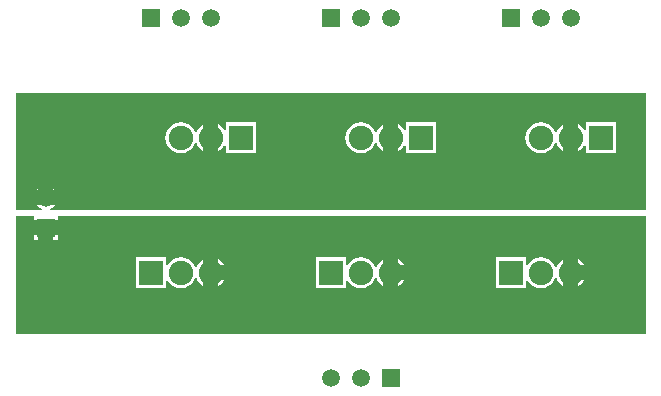
<source format=gbl>
G04*
G04 #@! TF.GenerationSoftware,Altium Limited,Altium Designer,20.1.11 (218)*
G04*
G04 Layer_Physical_Order=2*
G04 Layer_Color=16711680*
%FSLAX25Y25*%
%MOIN*%
G70*
G04*
G04 #@! TF.SameCoordinates,A2F51ED7-86EA-4CBA-A123-1C3C6C473107*
G04*
G04*
G04 #@! TF.FilePolarity,Positive*
G04*
G01*
G75*
%ADD21C,0.08150*%
%ADD22R,0.08150X0.08150*%
%ADD23C,0.05906*%
%ADD24R,0.05906X0.05906*%
%ADD25R,0.05906X0.05906*%
%ADD26C,0.02756*%
G36*
X215000Y65790D02*
X16472Y65790D01*
X16372Y66290D01*
X16993Y66547D01*
X17819Y67181D01*
X18064Y67500D01*
X15000D01*
X11936D01*
X12181Y67181D01*
X13007Y66547D01*
X13628Y66290D01*
X13528Y65790D01*
X5000D01*
X5000Y105000D01*
X215000D01*
X215000Y65790D01*
D02*
G37*
G36*
X215044Y24601D02*
X5044Y24601D01*
X5044Y63811D01*
X11047D01*
Y62500D01*
X15000D01*
X18953D01*
Y63811D01*
X215044D01*
X215044Y24601D01*
D02*
G37*
%LPC*%
G36*
X205075Y95075D02*
X194925D01*
Y92673D01*
X194461Y92565D01*
X194425Y92569D01*
X193619Y93619D01*
X192559Y94433D01*
X192500Y94457D01*
Y90000D01*
Y85543D01*
X192559Y85567D01*
X193619Y86381D01*
X194425Y87431D01*
X194461Y87435D01*
X194925Y87327D01*
Y84925D01*
X205075D01*
Y95075D01*
D02*
G37*
G36*
X145075D02*
X134925D01*
Y92673D01*
X134461Y92565D01*
X134425Y92569D01*
X133619Y93619D01*
X132559Y94433D01*
X132500Y94457D01*
Y90000D01*
Y85543D01*
X132559Y85567D01*
X133619Y86381D01*
X134425Y87431D01*
X134461Y87435D01*
X134925Y87327D01*
Y84925D01*
X145075D01*
Y95075D01*
D02*
G37*
G36*
X85075D02*
X74925D01*
Y92673D01*
X74461Y92565D01*
X74425Y92569D01*
X73619Y93619D01*
X72559Y94433D01*
X72500Y94457D01*
Y90000D01*
Y85543D01*
X72559Y85567D01*
X73619Y86381D01*
X74425Y87431D01*
X74461Y87435D01*
X74925Y87327D01*
Y84925D01*
X85075D01*
Y95075D01*
D02*
G37*
G36*
X180000Y95119D02*
X178675Y94944D01*
X177441Y94433D01*
X176381Y93619D01*
X175567Y92559D01*
X175056Y91325D01*
X174881Y90000D01*
X175056Y88675D01*
X175567Y87441D01*
X176381Y86381D01*
X177441Y85567D01*
X178675Y85056D01*
X180000Y84881D01*
X181325Y85056D01*
X182559Y85567D01*
X183619Y86381D01*
X184433Y87441D01*
X184729Y88157D01*
X185271D01*
X185567Y87441D01*
X186381Y86381D01*
X187441Y85567D01*
X187500Y85543D01*
Y90000D01*
Y94457D01*
X187441Y94433D01*
X186381Y93619D01*
X185567Y92559D01*
X185271Y91843D01*
X184729D01*
X184433Y92559D01*
X183619Y93619D01*
X182559Y94433D01*
X181325Y94944D01*
X180000Y95119D01*
D02*
G37*
G36*
X120000D02*
X118675Y94944D01*
X117441Y94433D01*
X116381Y93619D01*
X115567Y92559D01*
X115056Y91325D01*
X114881Y90000D01*
X115056Y88675D01*
X115567Y87441D01*
X116381Y86381D01*
X117441Y85567D01*
X118675Y85056D01*
X120000Y84881D01*
X121325Y85056D01*
X122559Y85567D01*
X123619Y86381D01*
X124433Y87441D01*
X124729Y88157D01*
X125271D01*
X125567Y87441D01*
X126381Y86381D01*
X127441Y85567D01*
X127500Y85543D01*
Y90000D01*
Y94457D01*
X127441Y94433D01*
X126381Y93619D01*
X125567Y92559D01*
X125271Y91843D01*
X124729D01*
X124433Y92559D01*
X123619Y93619D01*
X122559Y94433D01*
X121325Y94944D01*
X120000Y95119D01*
D02*
G37*
G36*
X60000D02*
X58675Y94944D01*
X57441Y94433D01*
X56381Y93619D01*
X55567Y92559D01*
X55056Y91325D01*
X54881Y90000D01*
X55056Y88675D01*
X55567Y87441D01*
X56381Y86381D01*
X57441Y85567D01*
X58675Y85056D01*
X60000Y84881D01*
X61325Y85056D01*
X62559Y85567D01*
X63619Y86381D01*
X64433Y87441D01*
X64729Y88157D01*
X65271D01*
X65567Y87441D01*
X66381Y86381D01*
X67441Y85567D01*
X67500Y85543D01*
Y90000D01*
Y94457D01*
X67441Y94433D01*
X66381Y93619D01*
X65567Y92559D01*
X65271Y91843D01*
X64729D01*
X64433Y92559D01*
X63619Y93619D01*
X62559Y94433D01*
X61325Y94944D01*
X60000Y95119D01*
D02*
G37*
G36*
X17500Y73064D02*
Y72500D01*
X18064D01*
X17819Y72819D01*
X17500Y73064D01*
D02*
G37*
G36*
X12500D02*
X12181Y72819D01*
X11936Y72500D01*
X12500D01*
Y73064D01*
D02*
G37*
G36*
X18953Y57500D02*
X17500D01*
Y56047D01*
X18953D01*
Y57500D01*
D02*
G37*
G36*
X12500D02*
X11047D01*
Y56047D01*
X12500D01*
Y57500D01*
D02*
G37*
G36*
X180000Y50119D02*
X178675Y49944D01*
X177441Y49433D01*
X176381Y48619D01*
X175575Y47569D01*
X175539Y47565D01*
X175075Y47673D01*
Y50075D01*
X164925D01*
Y39925D01*
X175075D01*
Y42327D01*
X175539Y42435D01*
X175575Y42431D01*
X176381Y41381D01*
X177441Y40567D01*
X178675Y40056D01*
X180000Y39881D01*
X181325Y40056D01*
X182559Y40567D01*
X183619Y41381D01*
X184433Y42441D01*
X184729Y43157D01*
X185271D01*
X185567Y42441D01*
X186381Y41381D01*
X187441Y40567D01*
X187500Y40543D01*
Y45000D01*
Y49457D01*
X187441Y49433D01*
X186381Y48619D01*
X185567Y47559D01*
X185271Y46843D01*
X184729D01*
X184433Y47559D01*
X183619Y48619D01*
X182559Y49433D01*
X181325Y49944D01*
X180000Y50119D01*
D02*
G37*
G36*
X120000D02*
X118675Y49944D01*
X117441Y49433D01*
X116381Y48619D01*
X115575Y47569D01*
X115539Y47565D01*
X115075Y47673D01*
Y50075D01*
X104925D01*
Y39925D01*
X115075D01*
Y42327D01*
X115539Y42435D01*
X115575Y42431D01*
X116381Y41381D01*
X117441Y40567D01*
X118675Y40056D01*
X120000Y39881D01*
X121325Y40056D01*
X122559Y40567D01*
X123619Y41381D01*
X124433Y42441D01*
X124729Y43157D01*
X125271D01*
X125567Y42441D01*
X126381Y41381D01*
X127441Y40567D01*
X127500Y40543D01*
Y45000D01*
Y49457D01*
X127441Y49433D01*
X126381Y48619D01*
X125567Y47559D01*
X125271Y46843D01*
X124729D01*
X124433Y47559D01*
X123619Y48619D01*
X122559Y49433D01*
X121325Y49944D01*
X120000Y50119D01*
D02*
G37*
G36*
X60000D02*
X58675Y49944D01*
X57441Y49433D01*
X56381Y48619D01*
X55575Y47569D01*
X55539Y47565D01*
X55075Y47673D01*
Y50075D01*
X44925D01*
Y39925D01*
X55075D01*
Y42327D01*
X55539Y42435D01*
X55575Y42431D01*
X56381Y41381D01*
X57441Y40567D01*
X58675Y40056D01*
X60000Y39881D01*
X61325Y40056D01*
X62559Y40567D01*
X63619Y41381D01*
X64433Y42441D01*
X64729Y43157D01*
X65271D01*
X65567Y42441D01*
X66381Y41381D01*
X67441Y40567D01*
X67500Y40543D01*
Y45000D01*
Y49457D01*
X67441Y49433D01*
X66381Y48619D01*
X65567Y47559D01*
X65271Y46843D01*
X64729D01*
X64433Y47559D01*
X63619Y48619D01*
X62559Y49433D01*
X61325Y49944D01*
X60000Y50119D01*
D02*
G37*
G36*
X192500Y49457D02*
Y47500D01*
X194457D01*
X194433Y47559D01*
X193619Y48619D01*
X192559Y49433D01*
X192500Y49457D01*
D02*
G37*
G36*
X132500D02*
Y47500D01*
X134457D01*
X134433Y47559D01*
X133619Y48619D01*
X132559Y49433D01*
X132500Y49457D01*
D02*
G37*
G36*
X72500D02*
Y47500D01*
X74457D01*
X74433Y47559D01*
X73619Y48619D01*
X72559Y49433D01*
X72500Y49457D01*
D02*
G37*
G36*
X194457Y42500D02*
X192500D01*
Y40543D01*
X192559Y40567D01*
X193619Y41381D01*
X194433Y42441D01*
X194457Y42500D01*
D02*
G37*
G36*
X134457D02*
X132500D01*
Y40543D01*
X132559Y40567D01*
X133619Y41381D01*
X134433Y42441D01*
X134457Y42500D01*
D02*
G37*
G36*
X74457D02*
X72500D01*
Y40543D01*
X72559Y40567D01*
X73619Y41381D01*
X74433Y42441D01*
X74457Y42500D01*
D02*
G37*
%LPD*%
D21*
X180000Y90000D02*
D03*
X190000D02*
D03*
X120000D02*
D03*
X130000D02*
D03*
X60000D02*
D03*
X70000D02*
D03*
X190000Y45000D02*
D03*
X180000D02*
D03*
X130000D02*
D03*
X120000D02*
D03*
X70000D02*
D03*
X60000D02*
D03*
D22*
X200000Y90000D02*
D03*
X140000D02*
D03*
X80000D02*
D03*
X170000Y45000D02*
D03*
X110000D02*
D03*
X50000D02*
D03*
D23*
X110000Y10000D02*
D03*
X120000D02*
D03*
X70000Y130000D02*
D03*
X60000D02*
D03*
X15000Y70000D02*
D03*
X130000Y130000D02*
D03*
X120000D02*
D03*
X190000D02*
D03*
X180000D02*
D03*
D24*
X130000Y10000D02*
D03*
X50000Y130000D02*
D03*
X110000D02*
D03*
X170000D02*
D03*
D25*
X15000Y60000D02*
D03*
D26*
X60000Y30000D02*
D03*
X55000D02*
D03*
Y35000D02*
D03*
X60000D02*
D03*
X65000Y30000D02*
D03*
X90000D02*
D03*
Y35000D02*
D03*
X85000D02*
D03*
X80000D02*
D03*
X85000Y30000D02*
D03*
X110000D02*
D03*
Y35000D02*
D03*
X115000D02*
D03*
Y30000D02*
D03*
X125000D02*
D03*
X130000D02*
D03*
Y35000D02*
D03*
X125000D02*
D03*
X160000Y30000D02*
D03*
X155000D02*
D03*
Y35000D02*
D03*
X160000D02*
D03*
X165000D02*
D03*
X190000D02*
D03*
Y30000D02*
D03*
X185000D02*
D03*
X180000D02*
D03*
X185000Y35000D02*
D03*
X190000Y80000D02*
D03*
Y75000D02*
D03*
Y70000D02*
D03*
X185000D02*
D03*
Y75000D02*
D03*
Y80000D02*
D03*
X160000D02*
D03*
Y75000D02*
D03*
Y70000D02*
D03*
X165000D02*
D03*
Y75000D02*
D03*
Y80000D02*
D03*
X130000Y70000D02*
D03*
Y80000D02*
D03*
Y75000D02*
D03*
X125000Y70000D02*
D03*
D03*
Y75000D02*
D03*
Y80000D02*
D03*
X105000Y75000D02*
D03*
Y80000D02*
D03*
X100000D02*
D03*
Y75000D02*
D03*
Y70000D02*
D03*
X105000D02*
D03*
X40000D02*
D03*
Y75000D02*
D03*
Y80000D02*
D03*
X75000Y70000D02*
D03*
Y75000D02*
D03*
Y80000D02*
D03*
X45000Y70000D02*
D03*
Y75000D02*
D03*
Y80000D02*
D03*
X70000Y70000D02*
D03*
Y75000D02*
D03*
Y80000D02*
D03*
M02*

</source>
